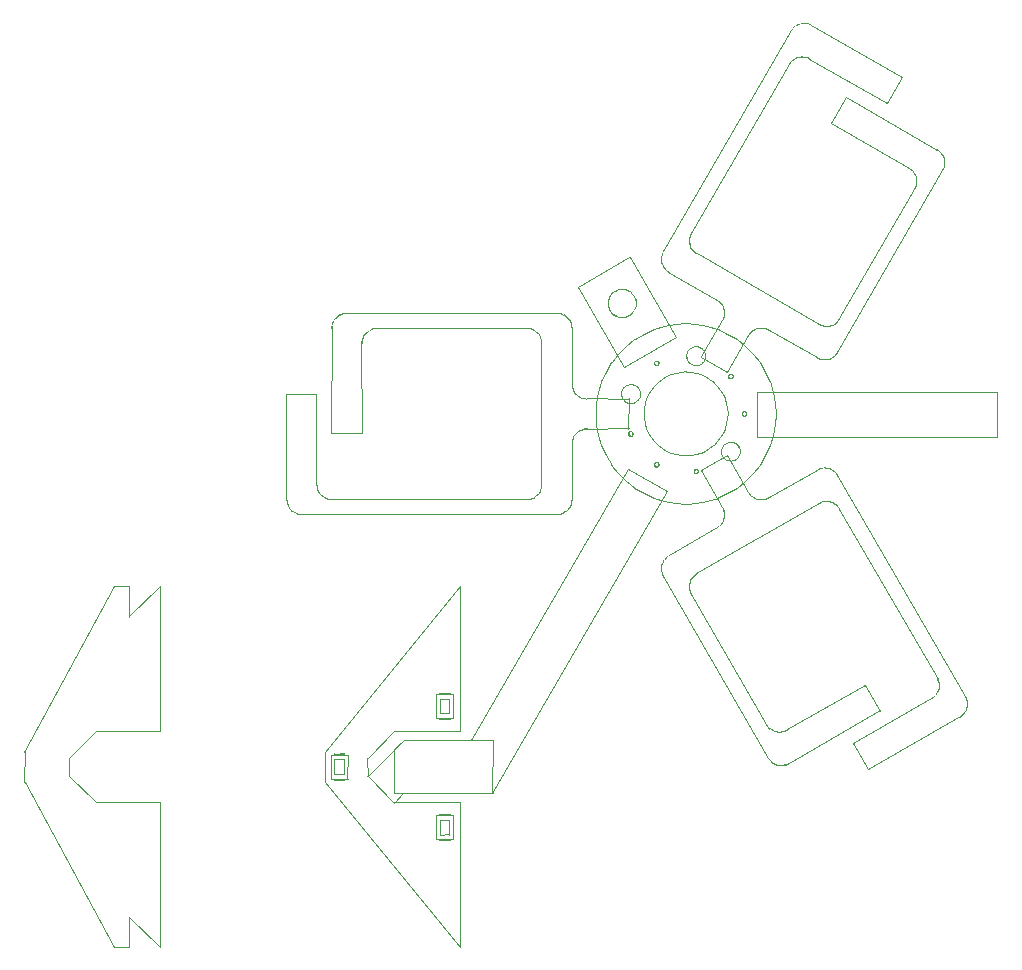
<source format=gbr>
G04 CAM Products 2000  RS274-X Output*
G04 Serial Number: 0000-00-00000*
G04 File Name:C:\Documents and Settings\ram\Desktop\leds.hpgl.GBR *
%FSLAX34Y34*%
%MOIN*%
%SFA1B1*%

%IPPOS*%
%ADD10C,0.001100*%
%LNleds.hpgl-1*%
%LPD*%
G54D10*
X32991Y50989D02*
X33492Y50992D01*
X33493Y50989D02*
X33492Y51992D01*
X30029Y56491D02*
X32988Y50992D01*
X34527Y62997D02*
X33492Y62000D01*
X34527Y58174D02*
X34524Y63000D01*
X32391Y58174D02*
X34524Y58184D01*
X33493Y61993D02*
X33492Y63000D01*
X33493Y62997D02*
X32988Y63000D01*
X31505Y57289D02*
X32388Y58184D01*
X30029Y57495D02*
X30020Y56496D01*
X32991Y62997D02*
X30020Y57496D01*
X31505Y56678D02*
X31500Y57296D01*
X32391Y55802D02*
X31500Y56688D01*
X34527Y55802D02*
X32388Y55808D01*
X33493Y51983D02*
X34524Y50992D01*
X34527Y50989D02*
X34524Y55808D01*
X50127Y66924D02*
X44916Y57888D01*
X51426Y66166D02*
X50132Y66928D01*
X45619Y56127D02*
X51436Y66176D01*
X45627Y56127D02*
D01*
X45627Y56128*
X45627Y56128*
X45627Y56129*
X45627Y56129*
X45627Y56130*
X45627Y56130*
X45626Y56131*
X45626Y56131*
X45626Y56132*
X45625Y56132*
X45625Y56133*
X45625Y56133*
X45624Y56133*
X45624Y56134*
X45623Y56134*
X45623Y56134*
X45622Y56135*
X45622Y56135*
X45621Y56135*
X45621Y56135*
X45620Y56135*
X45619Y56135*
X45619*
X45618Y56135*
X45618Y56135*
X45617Y56135*
X45617Y56135*
X45616Y56135*
X45616Y56134*
X45615Y56134*
X45615Y56134*
X45614Y56133*
X45614Y56133*
X45613Y56133*
X45613Y56132*
X45613Y56132*
X45612Y56131*
X45612Y56131*
X45612Y56130*
X45612Y56130*
X45612Y56129*
X45611Y56129*
X45611Y56128*
X45611Y56128*
X45611Y56127*
X45611Y56127*
X45611Y56126*
X45611Y56125*
X45612Y56125*
X45612Y56124*
X45612Y56124*
X45612Y56123*
X45612Y56123*
X45613Y56122*
X45613Y56122*
X45613Y56122*
X45614Y56121*
X45614Y56121*
X45615Y56120*
X45615Y56120*
X45616Y56120*
X45616Y56120*
X45617Y56120*
X45617Y56119*
X45618Y56119*
X45618Y56119*
X45619Y56119*
X45619Y56119*
X45620Y56119*
X45621Y56119*
X45621Y56119*
X45622Y56120*
X45622Y56120*
X45623Y56120*
X45623Y56120*
X45624Y56120*
X45624Y56121*
X45625Y56121*
X45625Y56122*
X45625Y56122*
X45626Y56122*
X45626Y56123*
X45626Y56123*
X45627Y56124*
X45627Y56124*
X45627Y56125*
X45627Y56125*
X45627Y56126*
X45627Y56127*
X45627Y56127*
X45619Y56127D02*
X45627D01*
X45619D02*
X45627D01*
X42647Y56098D02*
X45628Y56104D01*
X45619Y56098D02*
X45628Y57888D01*
X45619Y57879D02*
X42660Y57888D01*
X42352Y56098D02*
X42348Y57576D01*
X42352Y55792D02*
X42644Y56104D01*
X42647Y56098D02*
X42348Y56104D01*
X42666Y57879D02*
X41460Y56688D01*
X42352Y57574D02*
X42660Y57888D01*
X42674Y57879D02*
D01*
X42674Y57880*
X42674Y57880*
X42674Y57881*
X42674Y57881*
X42674Y57882*
X42674Y57882*
X42674Y57883*
X42673Y57883*
X42673Y57884*
X42673Y57884*
X42672Y57885*
X42672Y57885*
X42671Y57885*
X42671Y57886*
X42670Y57886*
X42670Y57886*
X42669Y57886*
X42669Y57887*
X42668Y57887*
X42668Y57887*
X42667Y57887*
X42667Y57887*
X42666*
X42666Y57887*
X42665Y57887*
X42665Y57887*
X42664Y57887*
X42663Y57886*
X42663Y57886*
X42662Y57886*
X42662Y57886*
X42662Y57885*
X42661Y57885*
X42661Y57885*
X42660Y57884*
X42660Y57884*
X42660Y57883*
X42659Y57883*
X42659Y57882*
X42659Y57882*
X42659Y57881*
X42659Y57881*
X42659Y57880*
X42658Y57880*
X42658Y57879*
X42658Y57879*
X42659Y57878*
X42659Y57877*
X42659Y57877*
X42659Y57876*
X42659Y57876*
X42659Y57875*
X42660Y57875*
X42660Y57874*
X42660Y57874*
X42661Y57874*
X42661Y57873*
X42662Y57873*
X42662Y57872*
X42662Y57872*
X42663Y57872*
X42663Y57872*
X42664Y57871*
X42665Y57871*
X42665Y57871*
X42666Y57871*
X42666Y57871*
X42667*
X42667Y57871*
X42668Y57871*
X42668Y57871*
X42669Y57871*
X42669Y57872*
X42670Y57872*
X42670Y57872*
X42671Y57872*
X42671Y57873*
X42672Y57873*
X42672Y57874*
X42673Y57874*
X42673Y57874*
X42673Y57875*
X42674Y57875*
X42674Y57876*
X42674Y57876*
X42674Y57877*
X42674Y57877*
X42674Y57878*
X42674Y57879*
X42674Y57879*
X42666D02*
X42674D01*
X42666D02*
X42674D01*
X40342Y57397D02*
D01*
X40342Y57397*
X40342Y57398*
X40342Y57398*
X40341Y57399*
X40341Y57400*
X40341Y57400*
X40341Y57401*
X40341Y57401*
X40340Y57401*
X40340Y57402*
X40340Y57402*
X40339Y57403*
X40339Y57403*
X40338Y57403*
X40338Y57404*
X40337Y57404*
X40337Y57404*
X40336Y57404*
X40336Y57405*
X40335Y57405*
X40335Y57405*
X40334Y57405*
X40334*
X40333Y57405*
X40332Y57405*
X40332Y57405*
X40331Y57404*
X40331Y57404*
X40330Y57404*
X40330Y57404*
X40329Y57403*
X40329Y57403*
X40328Y57403*
X40328Y57402*
X40328Y57402*
X40327Y57402*
X40327Y57401*
X40327Y57401*
X40326Y57400*
X40326Y57400*
X40326Y57399*
X40326Y57398*
X40326Y57398*
X40326Y57397*
X40326Y57397*
X40326Y57396*
X40326Y57396*
X40326Y57395*
X40326Y57395*
X40326Y57394*
X40326Y57394*
X40327Y57393*
X40327Y57393*
X40327Y57392*
X40328Y57392*
X40328Y57391*
X40328Y57391*
X40329Y57390*
X40329Y57390*
X40330Y57390*
X40330Y57390*
X40331Y57389*
X40331Y57389*
X40332Y57389*
X40332Y57389*
X40333Y57389*
X40334Y57389*
X40334*
X40335Y57389*
X40335Y57389*
X40336Y57389*
X40336Y57389*
X40337Y57389*
X40337Y57390*
X40338Y57390*
X40338Y57390*
X40339Y57390*
X40339Y57391*
X40340Y57391*
X40340Y57392*
X40340Y57392*
X40341Y57393*
X40341Y57393*
X40341Y57394*
X40341Y57394*
X40341Y57395*
X40342Y57395*
X40342Y57396*
X40342Y57396*
X40342Y57397*
X40334Y57397D02*
X40342D01*
X40334D02*
X40342D01*
D01*
X40342Y57397*
X40342Y57398*
X40342Y57398*
X40341Y57399*
X40341Y57400*
X40341Y57400*
X40341Y57401*
X40341Y57401*
X40340Y57401*
X40340Y57402*
X40340Y57402*
X40339Y57403*
X40339Y57403*
X40338Y57403*
X40338Y57404*
X40337Y57404*
X40337Y57404*
X40336Y57404*
X40336Y57405*
X40335Y57405*
X40335Y57405*
X40334Y57405*
X40334*
X40333Y57405*
X40332Y57405*
X40332Y57405*
X40331Y57404*
X40331Y57404*
X40330Y57404*
X40330Y57404*
X40329Y57403*
X40329Y57403*
X40328Y57403*
X40328Y57402*
X40328Y57402*
X40327Y57402*
X40327Y57401*
X40327Y57401*
X40326Y57400*
X40326Y57400*
X40326Y57399*
X40326Y57398*
X40326Y57398*
X40326Y57397*
X40326Y57397*
X40326Y57396*
X40326Y57396*
X40326Y57395*
X40326Y57395*
X40326Y57394*
X40326Y57394*
X40327Y57393*
X40327Y57393*
X40327Y57392*
X40328Y57392*
X40328Y57391*
X40328Y57391*
X40329Y57390*
X40329Y57390*
X40330Y57390*
X40330Y57390*
X40331Y57389*
X40331Y57389*
X40332Y57389*
X40332Y57389*
X40333Y57389*
X40334Y57389*
X40334*
X40335Y57389*
X40335Y57389*
X40336Y57389*
X40336Y57389*
X40337Y57389*
X40337Y57390*
X40338Y57390*
X40338Y57390*
X40339Y57390*
X40339Y57391*
X40340Y57391*
X40340Y57392*
X40340Y57392*
X40341Y57393*
X40341Y57393*
X40341Y57394*
X40341Y57394*
X40341Y57395*
X40342Y57395*
X40342Y57396*
X40342Y57396*
X40342Y57397*
X40334Y57397D02*
X40342D01*
X40334D02*
X40342D01*
D01*
X40342Y57397*
X40342Y57398*
X40342Y57398*
X40341Y57399*
X40341Y57400*
X40341Y57400*
X40341Y57401*
X40341Y57401*
X40340Y57401*
X40340Y57402*
X40340Y57402*
X40339Y57403*
X40339Y57403*
X40338Y57403*
X40338Y57404*
X40337Y57404*
X40337Y57404*
X40336Y57404*
X40336Y57405*
X40335Y57405*
X40335Y57405*
X40334Y57405*
X40334*
X40333Y57405*
X40332Y57405*
X40332Y57405*
X40331Y57404*
X40331Y57404*
X40330Y57404*
X40330Y57404*
X40329Y57403*
X40329Y57403*
X40328Y57403*
X40328Y57402*
X40328Y57402*
X40327Y57402*
X40327Y57401*
X40327Y57401*
X40326Y57400*
X40326Y57400*
X40326Y57399*
X40326Y57398*
X40326Y57398*
X40326Y57397*
X40326Y57397*
X40326Y57396*
X40326Y57396*
X40326Y57395*
X40326Y57395*
X40326Y57394*
X40326Y57394*
X40327Y57393*
X40327Y57393*
X40327Y57392*
X40328Y57392*
X40328Y57391*
X40328Y57391*
X40329Y57390*
X40329Y57390*
X40330Y57390*
X40330Y57390*
X40331Y57389*
X40331Y57389*
X40332Y57389*
X40332Y57389*
X40333Y57389*
X40334Y57389*
X40334*
X40335Y57389*
X40335Y57389*
X40336Y57389*
X40336Y57389*
X40337Y57389*
X40337Y57390*
X40338Y57390*
X40338Y57390*
X40339Y57390*
X40339Y57391*
X40340Y57391*
X40340Y57392*
X40340Y57392*
X40341Y57393*
X40341Y57393*
X40341Y57394*
X40341Y57394*
X40341Y57395*
X40342Y57395*
X40342Y57396*
X40342Y57396*
X40342Y57397*
X40334Y57397D02*
X40342D01*
X40334D02*
X40342D01*
X40678D02*
X40332Y57400D01*
X40334Y57426D02*
X40332Y57424D01*
X40334Y57416D02*
X40676Y57424D01*
X40334Y56590D02*
X40676Y56592D01*
X40678Y56560D02*
X40332Y56568D01*
X43856Y58588D02*
D01*
X43856Y58588*
X43855Y58589*
X43855Y58589*
X43855Y58590*
X43855Y58590*
X43855Y58591*
X43855Y58591*
X43854Y58592*
X43854Y58592*
X43854Y58593*
X43853Y58593*
X43853Y58594*
X43852Y58594*
X43852Y58594*
X43852Y58595*
X43851Y58595*
X43851Y58595*
X43850Y58595*
X43850Y58596*
X43849Y58596*
X43848Y58596*
X43848Y58596*
X43847*
X43847Y58596*
X43846Y58596*
X43846Y58596*
X43845Y58595*
X43845Y58595*
X43844Y58595*
X43844Y58595*
X43843Y58594*
X43843Y58594*
X43842Y58594*
X43842Y58593*
X43841Y58593*
X43841Y58592*
X43841Y58592*
X43841Y58591*
X43840Y58591*
X43840Y58590*
X43840Y58590*
X43840Y58589*
X43840Y58589*
X43840Y58588*
X43840Y58588*
X43840Y58587*
X43840Y58587*
X43840Y58586*
X43840Y58586*
X43840Y58585*
X43840Y58584*
X43840Y58584*
X43841Y58584*
X43841Y58583*
X43841Y58583*
X43842Y58582*
X43842Y58582*
X43843Y58581*
X43843Y58581*
X43844Y58581*
X43844Y58581*
X43845Y58580*
X43845Y58580*
X43846Y58580*
X43846Y58580*
X43847Y58580*
X43847Y58580*
X43848*
X43848Y58580*
X43849Y58580*
X43849Y58580*
X43850Y58580*
X43851Y58580*
X43851Y58581*
X43852Y58581*
X43852Y58581*
X43852Y58581*
X43853Y58582*
X43853Y58582*
X43854Y58583*
X43854Y58583*
X43854Y58583*
X43855Y58584*
X43855Y58584*
X43855Y58585*
X43855Y58586*
X43855Y58586*
X43855Y58587*
X43856Y58587*
X43856Y58588*
X43848D02*
X43856D01*
X43848D02*
X43856D01*
X43848Y58598D02*
X43852Y58592D01*
X43856Y58598D02*
D01*
X43856Y58598*
X43855Y58599*
X43855Y58599*
X43855Y58600*
X43855Y58600*
X43855Y58601*
X43855Y58601*
X43854Y58602*
X43854Y58602*
X43854Y58603*
X43853Y58603*
X43853Y58604*
X43852Y58604*
X43852Y58604*
X43852Y58605*
X43851Y58605*
X43851Y58605*
X43850Y58605*
X43850Y58605*
X43849Y58605*
X43848Y58606*
X43848Y58606*
X43847*
X43847Y58606*
X43846Y58605*
X43846Y58605*
X43845Y58605*
X43845Y58605*
X43844Y58605*
X43844Y58605*
X43843Y58604*
X43843Y58604*
X43842Y58604*
X43842Y58603*
X43841Y58603*
X43841Y58602*
X43841Y58602*
X43841Y58601*
X43840Y58601*
X43840Y58600*
X43840Y58600*
X43840Y58599*
X43840Y58599*
X43840Y58598*
X43840Y58598*
X43840Y58597*
X43840Y58596*
X43840Y58596*
X43840Y58595*
X43840Y58595*
X43840Y58594*
X43840Y58594*
X43841Y58593*
X43841Y58593*
X43841Y58592*
X43842Y58592*
X43842Y58592*
X43843Y58591*
X43843Y58591*
X43844Y58591*
X43844Y58590*
X43845Y58590*
X43845Y58590*
X43846Y58590*
X43846Y58590*
X43847Y58590*
X43847Y58590*
X43848*
X43848Y58590*
X43849Y58590*
X43849Y58590*
X43850Y58590*
X43851Y58590*
X43851Y58590*
X43852Y58591*
X43852Y58591*
X43852Y58591*
X43853Y58592*
X43853Y58592*
X43854Y58592*
X43854Y58593*
X43854Y58593*
X43855Y58594*
X43855Y58594*
X43855Y58595*
X43855Y58595*
X43855Y58596*
X43855Y58596*
X43856Y58597*
X43856Y58598*
X43848Y58598D02*
X43856D01*
X43848D02*
X43856D01*
X43848Y58607D02*
X43852Y58600D01*
X43856Y58607D02*
D01*
X43856Y58608*
X43855Y58609*
X43855Y58609*
X43855Y58610*
X43855Y58610*
X43855Y58611*
X43855Y58611*
X43854Y58612*
X43854Y58612*
X43854Y58613*
X43853Y58613*
X43853Y58613*
X43852Y58614*
X43852Y58614*
X43852Y58614*
X43851Y58615*
X43851Y58615*
X43850Y58615*
X43850Y58615*
X43849Y58615*
X43848Y58615*
X43848Y58615*
X43847*
X43847Y58615*
X43846Y58615*
X43846Y58615*
X43845Y58615*
X43845Y58615*
X43844Y58615*
X43844Y58614*
X43843Y58614*
X43843Y58614*
X43842Y58613*
X43842Y58613*
X43841Y58613*
X43841Y58612*
X43841Y58612*
X43841Y58611*
X43840Y58611*
X43840Y58610*
X43840Y58610*
X43840Y58609*
X43840Y58609*
X43840Y58608*
X43840Y58607*
X43840Y58607*
X43840Y58606*
X43840Y58606*
X43840Y58605*
X43840Y58605*
X43840Y58604*
X43840Y58604*
X43841Y58603*
X43841Y58603*
X43841Y58602*
X43842Y58602*
X43842Y58601*
X43843Y58601*
X43843Y58601*
X43844Y58600*
X43844Y58600*
X43845Y58600*
X43845Y58600*
X43846Y58600*
X43846Y58600*
X43847Y58599*
X43847Y58599*
X43848Y58599*
X43848Y58599*
X43849Y58600*
X43849Y58600*
X43850Y58600*
X43851Y58600*
X43851Y58600*
X43852Y58600*
X43852Y58601*
X43852Y58601*
X43853Y58601*
X43853Y58602*
X43854Y58602*
X43854Y58603*
X43854Y58603*
X43855Y58604*
X43855Y58604*
X43855Y58605*
X43855Y58605*
X43855Y58606*
X43855Y58606*
X43856Y58607*
X43856Y58607*
X43848Y58607D02*
X43856D01*
X43848D02*
X43856D01*
X43848D02*
X43852Y58608D01*
X43848Y55399D02*
X44196Y55408D01*
X40678Y56590D02*
X40676Y56560D01*
X43848Y54562D02*
X44196Y54568D01*
X43848Y54533D02*
X43852Y54568D01*
X44290Y54572D02*
X43748Y54576D01*
X44192Y54562D02*
X44196Y54536D01*
X40334Y57426D02*
X40676Y57432D01*
X43739Y58607D02*
X43748Y59416D01*
X44527Y62997D02*
X40028Y57496D01*
X40334Y57397D02*
X40332Y57432D01*
X40235Y57387D02*
X40780Y57392D01*
X40678Y57397D02*
X40332Y57400D01*
X40678Y57426D02*
X40676Y57400D01*
X41456Y57289D02*
X42348Y58184D01*
X40787Y57387D02*
X40780Y56592D01*
X41456Y56688D02*
X41452Y57296D01*
X41466Y56678D02*
X41452Y56696D01*
X42352Y55792D02*
X41460Y56688D01*
X40334Y56590D02*
X40676Y56592D01*
X40334Y56550D02*
X40332Y56592D01*
X40787Y56590D02*
X40228Y56592D01*
X40235Y56590D02*
X40228Y57392D01*
X40029Y57495D02*
X40028Y56496D01*
X43739Y54572D02*
X43748Y55376D01*
X44527Y55802D02*
X42348Y55800D01*
X43848Y55369D02*
X43852Y55408D01*
X43739Y55369D02*
X44300Y55376D01*
X44192Y55369D02*
X43852Y55376D01*
X44192Y55399D02*
X44196Y55376D01*
X44290Y55369D02*
X44300Y54576D01*
X44527Y50989D02*
X44532Y55808D01*
X44192Y54533D02*
X43852Y54536D01*
X40678Y56550D02*
X40332Y56560D01*
X40029Y56491D02*
X44532Y50992D01*
X44290Y58607D02*
X43748Y58616D01*
X44192Y58607D02*
X44196Y58584D01*
X43848Y58607D02*
X44196Y58608D01*
X43848Y58578D02*
X43852Y58608D01*
X42352Y58174D02*
X44532Y58184D01*
X44192Y58578D02*
X43852Y58584D01*
X44290Y59415D02*
X44300Y58616D01*
X44527Y58174D02*
X44532Y63000D01*
X43848Y59454D02*
X44196Y59456D01*
X43848Y59415D02*
X43852Y59456D01*
X43739Y59415D02*
X44300Y59416D01*
X44192Y59415D02*
X43852Y59424D01*
X44192Y59454D02*
X44196Y59424D01*
X43856Y55379D02*
D01*
X43856Y55380*
X43855Y55380*
X43855Y55381*
X43855Y55381*
X43855Y55382*
X43855Y55382*
X43855Y55383*
X43854Y55383*
X43854Y55384*
X43854Y55384*
X43853Y55385*
X43853Y55385*
X43852Y55385*
X43852Y55386*
X43852Y55386*
X43851Y55386*
X43851Y55387*
X43850Y55387*
X43850Y55387*
X43849Y55387*
X43848Y55387*
X43848Y55387*
X43847*
X43847Y55387*
X43846Y55387*
X43846Y55387*
X43845Y55387*
X43845Y55387*
X43844Y55386*
X43844Y55386*
X43843Y55386*
X43843Y55385*
X43842Y55385*
X43842Y55385*
X43841Y55384*
X43841Y55384*
X43841Y55383*
X43841Y55383*
X43840Y55382*
X43840Y55382*
X43840Y55381*
X43840Y55381*
X43840Y55380*
X43840Y55380*
X43840Y55379*
X43840Y55379*
X43840Y55378*
X43840Y55377*
X43840Y55377*
X43840Y55376*
X43840Y55376*
X43840Y55375*
X43841Y55375*
X43841Y55374*
X43841Y55374*
X43842Y55374*
X43842Y55373*
X43843Y55373*
X43843Y55372*
X43844Y55372*
X43844Y55372*
X43845Y55372*
X43845Y55371*
X43846Y55371*
X43846Y55371*
X43847Y55371*
X43847Y55371*
X43848Y55371*
X43848Y55371*
X43849Y55371*
X43849Y55371*
X43850Y55371*
X43851Y55372*
X43851Y55372*
X43852Y55372*
X43852Y55372*
X43852Y55373*
X43853Y55373*
X43853Y55374*
X43854Y55374*
X43854Y55374*
X43854Y55375*
X43855Y55375*
X43855Y55376*
X43855Y55376*
X43855Y55377*
X43855Y55377*
X43855Y55378*
X43856Y55379*
X43856Y55379*
X43848Y55379D02*
X43856D01*
X43848D02*
X43856D01*
X43848Y55399D02*
X43852Y55392D01*
X43856Y55399D02*
D01*
X43856Y55399*
X43855Y55400*
X43855Y55400*
X43855Y55401*
X43855Y55402*
X43855Y55402*
X43855Y55403*
X43854Y55403*
X43854Y55403*
X43854Y55404*
X43853Y55404*
X43853Y55405*
X43852Y55405*
X43852Y55405*
X43852Y55406*
X43851Y55406*
X43851Y55406*
X43850Y55406*
X43850Y55407*
X43849Y55407*
X43848Y55407*
X43848Y55407*
X43847*
X43847Y55407*
X43846Y55407*
X43846Y55407*
X43845Y55406*
X43845Y55406*
X43844Y55406*
X43844Y55406*
X43843Y55405*
X43843Y55405*
X43842Y55405*
X43842Y55404*
X43841Y55404*
X43841Y55403*
X43841Y55403*
X43841Y55403*
X43840Y55402*
X43840Y55402*
X43840Y55401*
X43840Y55400*
X43840Y55400*
X43840Y55399*
X43840Y55399*
X43840Y55398*
X43840Y55398*
X43840Y55397*
X43840Y55397*
X43840Y55396*
X43840Y55396*
X43840Y55395*
X43841Y55395*
X43841Y55394*
X43841Y55394*
X43842Y55393*
X43842Y55393*
X43843Y55392*
X43843Y55392*
X43844Y55392*
X43844Y55392*
X43845Y55391*
X43845Y55391*
X43846Y55391*
X43846Y55391*
X43847Y55391*
X43847Y55391*
X43848*
X43848Y55391*
X43849Y55391*
X43849Y55391*
X43850Y55391*
X43851Y55391*
X43851Y55392*
X43852Y55392*
X43852Y55392*
X43852Y55392*
X43853Y55393*
X43853Y55393*
X43854Y55394*
X43854Y55394*
X43854Y55395*
X43855Y55395*
X43855Y55396*
X43855Y55396*
X43855Y55397*
X43855Y55397*
X43855Y55398*
X43856Y55398*
X43856Y55399*
X43848D02*
X43856D01*
X43848D02*
X43856D01*
X40344Y57239D02*
X40340Y56752D01*
X40668Y57239D02*
X40340Y57240D01*
X40344Y56747D02*
X40668Y56752D01*
X40668Y56747D02*
X40668Y57240D01*
X43867Y59247D02*
X43868Y58784D01*
X44172Y59247D02*
X43868Y59256D01*
X43867Y58775D02*
X44180Y58784D01*
X44172Y58775D02*
X44180Y59256D01*
X43867Y55202D02*
X43868Y54736D01*
X44172Y55202D02*
X43868Y55208D01*
X43867Y54729D02*
X44180Y54736D01*
X44172Y54729D02*
X44180Y55208D01*
X54428Y67968D02*
X62444Y67968D01*
X54428Y69464D02*
X54436Y67968D01*
X62440Y67968D02*
X62444Y69464D01*
X62440Y69464D02*
X54436Y69464D01*
X50226Y69119D02*
X50188Y69120D01*
X55029Y68391D02*
X55060Y68768D01*
X54527Y67052D02*
X54716Y67368D01*
X54044Y66511D02*
X54308Y66776D01*
X52411Y65783D02*
X52780Y65848D01*
X52056Y65753D02*
X52420Y65784D01*
X49251Y69828D02*
X49148Y69480D01*
X49399Y70153D02*
X49252Y69832D01*
X51692Y71737D02*
X51340Y71680D01*
X53444Y71422D02*
X53124Y71576D01*
X54300Y70753D02*
X54052Y71016D01*
X54527Y70468D02*
X54308Y70760D01*
X54714Y70153D02*
X54532Y70472D01*
X55029Y69119D02*
X54972Y69480D01*
X55058Y68765D02*
X55036Y69128D01*
X50659Y68598D02*
X50660Y68768D01*
X50698Y68430D02*
X50668Y68600D01*
X50816Y68105D02*
X50748Y68272D01*
X51003Y67840D02*
X50908Y67968D01*
X51722Y67407D02*
X51564Y67456D01*
X53414Y69100D02*
X53452Y68936D01*
X53365Y69257D02*
X53420Y69104D01*
X53296Y69414D02*
X53372Y69264D01*
X53100Y69690D02*
X53212Y69560D01*
X52981Y69808D02*
X53108Y69696D01*
X52706Y70005D02*
X52852Y69920D01*
X52548Y70064D02*
X52708Y70008D01*
X52391Y70123D02*
X52556Y70072D01*
X52056Y70163D02*
X52228Y70160D01*
X51259Y69916D02*
X51412Y70008D01*
X53237Y67574D02*
X53260Y67616D01*
X53237Y67535D02*
X53244Y67576D01*
X53227Y67495D02*
X53244Y67544D01*
X53208Y67968D02*
X53108Y67840D01*
X52981Y67712D02*
X52852Y67616D01*
X53100Y67840D02*
X52988Y67720D01*
X53237Y67456D02*
X53236Y67504D01*
X53247Y67416D02*
X53244Y67464D01*
X52844Y67613D02*
X52708Y67528D01*
X53257Y67387D02*
X53252Y67424D01*
X53267Y67357D02*
X53260Y67392D01*
X53296Y67328D02*
X53276Y67360D01*
X53759Y66294D02*
X54052Y66520D01*
X53444Y66098D02*
X53764Y66296D01*
X53601Y67200D02*
X53564Y67192D01*
X53631Y67200D02*
X53604Y67200D01*
X53670Y67210D02*
X53636Y67208D01*
X53700Y67229D02*
X53676Y67216D01*
X53739Y67249D02*
X53708Y67232D01*
X53769Y67279D02*
X53740Y67256D01*
X53788Y67308D02*
X53772Y67280D01*
X53818Y67328D02*
X53796Y67312D01*
X54300Y66767D02*
X54532Y67056D01*
X53828Y67367D02*
X53820Y67336D01*
X53848Y67407D02*
X53836Y67368D01*
X53857Y67436D02*
X53852Y67408D01*
X53867Y67476D02*
X53860Y67440D01*
X53867Y67515D02*
X53868Y67480D01*
X53838Y67623D02*
X53860Y67592D01*
X53818Y67663D02*
X53844Y67632D01*
X53808Y67692D02*
X53828Y67664D01*
X53779Y67722D02*
X53812Y67696D01*
X53749Y67751D02*
X53788Y67728D01*
X53720Y67771D02*
X53756Y67752D01*
X53690Y67790D02*
X53724Y67776D01*
X53651Y67800D02*
X53692Y67792D01*
X53434Y67790D02*
X53468Y67816D01*
X53296Y68105D02*
X53212Y67968D01*
X53395Y67781D02*
X53436Y67800D01*
X53365Y67761D02*
X53404Y67784D01*
X53336Y67741D02*
X53372Y67768D01*
X53306Y67712D02*
X53340Y67744D01*
X53267Y67643D02*
X53292Y67680D01*
X53257Y67613D02*
X53268Y67648D01*
X53287Y67672D02*
X53316Y67712D01*
X52322Y66806D02*
X52324Y66824D01*
X50993Y65960D02*
X51340Y65848D01*
X52322Y66806D02*
X52332Y66816D01*
X51338Y65842D02*
X51700Y65784D01*
X52332Y66796D02*
X52332Y66808D01*
X52342Y66787D02*
X52340Y66800D01*
X52342Y66777D02*
X52348Y66792D01*
X51692Y65783D02*
X52060Y65760D01*
X52351Y66767D02*
X52348Y66784D01*
X52361Y66767D02*
X52356Y66776D01*
X52371Y66767D02*
X52364Y66776D01*
X52381Y66767D02*
X52372Y66768D01*
X52391Y66767D02*
X52388Y66768D01*
X52401Y66767D02*
X52396Y66768D01*
X52411Y66767D02*
X52404Y66768D01*
X52411Y66767D02*
X52412Y66768D01*
X52420Y66767D02*
X52420Y66768D01*
X52430Y66767D02*
X52428Y66776D01*
X52440Y66777D02*
X52436Y66776D01*
X52775Y65842D02*
X53124Y65960D01*
X52450Y66787D02*
X52444Y66784D01*
X52450Y66796D02*
X52452Y66792D01*
X52450Y66806D02*
X52460Y66800D01*
X53119Y65960D02*
X53452Y66104D01*
X52460Y66806D02*
X52460Y66808D01*
X52460Y66816D02*
X52468Y66816D01*
X52470Y66826D02*
X52468Y66824D01*
X52470Y66836D02*
X52476Y66832D01*
X52470Y66846D02*
X52476Y66840D01*
X52470Y66855D02*
X52476Y66848D01*
X52460Y66855D02*
X52476Y66856D01*
X52460Y66865D02*
X52468Y66864D01*
X52450Y66875D02*
X52468Y66872D01*
X52450Y66885D02*
X52460Y66880D01*
X52450Y66895D02*
X52460Y66888D01*
X52440Y66895D02*
X52452Y66896D01*
X52430Y66895D02*
X52444Y66904D01*
X52420Y66905D02*
X52436Y66904D01*
X52411Y66905D02*
X52428Y66912D01*
X52411Y66914D02*
X52420Y66912D01*
X53562Y67190D02*
X53524Y67200D01*
X53523Y67200D02*
X53484Y67200D01*
X53483Y67200D02*
X53452Y67216D01*
X53444Y67210D02*
X53412Y67224D01*
X53405Y67220D02*
X53380Y67248D01*
X53375Y67239D02*
X53348Y67272D01*
X53346Y67269D02*
X53324Y67296D01*
X53316Y67289D02*
X53300Y67328D01*
X52706Y67525D02*
X52556Y67456D01*
X52548Y67456D02*
X52396Y67408D01*
X52401Y66914D02*
X52412Y66920D01*
X52391Y66914D02*
X52404Y66920D01*
X52381Y66914D02*
X52396Y66920D01*
X52056Y67367D02*
X51892Y67376D01*
X52224Y67367D02*
X52060Y67368D01*
X52322Y66836D02*
X52324Y66848D01*
X52322Y66846D02*
X52324Y66856D01*
X52322Y66855D02*
X52324Y66864D01*
X52322Y66855D02*
X52332Y66872D01*
X52322Y66865D02*
X52332Y66880D01*
X52322Y66875D02*
X52340Y66888D01*
X52332Y66885D02*
X52348Y66896D01*
X52342Y66895D02*
X52356Y66904D01*
X52359Y66895D02*
D01*
X52359Y66895*
X52359Y66896*
X52359Y66896*
X52359Y66897*
X52359Y66898*
X52359Y66898*
X52359Y66899*
X52358Y66899*
X52358Y66900*
X52358Y66900*
X52357Y66900*
X52357Y66901*
X52356Y66901*
X52356Y66901*
X52355Y66902*
X52355Y66902*
X52354Y66902*
X52354Y66902*
X52353Y66903*
X52353Y66903*
X52352Y66903*
X52352Y66903*
X52351*
X52351Y66903*
X52350Y66903*
X52350Y66903*
X52349Y66902*
X52348Y66902*
X52348Y66902*
X52347Y66902*
X52347Y66901*
X52347Y66901*
X52346Y66901*
X52346Y66900*
X52345Y66900*
X52345Y66900*
X52345Y66899*
X52344Y66899*
X52344Y66898*
X52344Y66898*
X52344Y66897*
X52344Y66896*
X52344Y66896*
X52344Y66895*
X52343Y66895*
X52344Y66894*
X52344Y66894*
X52344Y66893*
X52344Y66893*
X52344Y66892*
X52344Y66892*
X52344Y66891*
X52345Y66891*
X52345Y66890*
X52345Y66890*
X52346Y66889*
X52346Y66889*
X52347Y66889*
X52347Y66888*
X52347Y66888*
X52348Y66888*
X52348Y66887*
X52349Y66887*
X52350Y66887*
X52350Y66887*
X52351Y66887*
X52351Y66887*
X52352*
X52352Y66887*
X52353Y66887*
X52353Y66887*
X52354Y66887*
X52354Y66887*
X52355Y66888*
X52355Y66888*
X52356Y66888*
X52356Y66889*
X52357Y66889*
X52357Y66889*
X52358Y66890*
X52358Y66890*
X52358Y66891*
X52359Y66891*
X52359Y66892*
X52359Y66892*
X52359Y66893*
X52359Y66893*
X52359Y66894*
X52359Y66894*
X52359Y66895*
X52351D02*
X52359D01*
X52351D02*
X52359D01*
X52351D02*
X52364Y66912D01*
X52361Y66905D02*
X52380Y66912D01*
X52391Y67407D02*
X52228Y67376D01*
X52371Y66905D02*
X52388Y66920D01*
X51101Y67141D02*
X51116Y67144D01*
X51072Y67151D02*
X51084Y67152D01*
X51062Y67151D02*
X51076Y67152D01*
X51052Y67141D02*
X51068Y67152D01*
X51259Y67613D02*
X51132Y67720D01*
X51042Y67141D02*
X51060Y67144D01*
X51042Y67131D02*
X51052Y67144D01*
X51131Y67712D02*
X51012Y67840D01*
X51033Y67131D02*
X51044Y67136D01*
X51023Y67121D02*
X51036Y67136D01*
X51013Y67111D02*
X51028Y67128D01*
X49802Y66767D02*
X50068Y66520D01*
X50058Y66511D02*
X50356Y66296D01*
X50353Y66294D02*
X50668Y66104D01*
X50659Y66098D02*
X50996Y65960D01*
X51003Y67062D02*
X51012Y67080D01*
X51003Y67062D02*
X51012Y67072D01*
X51003Y67042D02*
X51012Y67064D01*
X51003Y67033D02*
X51012Y67048D01*
X51013Y67023D02*
X51012Y67040D01*
X51023Y67023D02*
X51020Y67032D01*
X51031Y67023D02*
D01*
X51031Y67023*
X51031Y67024*
X51031Y67024*
X51030Y67025*
X51030Y67025*
X51030Y67026*
X51030Y67027*
X51030Y67027*
X51029Y67027*
X51029Y67028*
X51029Y67028*
X51028Y67029*
X51028Y67029*
X51027Y67029*
X51027Y67030*
X51026Y67030*
X51026Y67030*
X51025Y67030*
X51025Y67031*
X51024Y67031*
X51024Y67031*
X51023Y67031*
X51022*
X51022Y67031*
X51021Y67031*
X51021Y67031*
X51020Y67030*
X51020Y67030*
X51019Y67030*
X51019Y67030*
X51018Y67029*
X51018Y67029*
X51017Y67029*
X51017Y67028*
X51017Y67028*
X51016Y67027*
X51016Y67027*
X51016Y67027*
X51015Y67026*
X51015Y67026*
X51015Y67025*
X51015Y67024*
X51015Y67024*
X51015Y67023*
X51015Y67023*
X51015Y67022*
X51015Y67022*
X51015Y67021*
X51015Y67021*
X51015Y67020*
X51015Y67020*
X51016Y67019*
X51016Y67019*
X51016Y67018*
X51017Y67018*
X51017Y67017*
X51017Y67017*
X51018Y67016*
X51018Y67016*
X51019Y67016*
X51019Y67016*
X51020Y67015*
X51020Y67015*
X51021Y67015*
X51021Y67015*
X51022Y67015*
X51022Y67015*
X51023*
X51024Y67015*
X51024Y67015*
X51025Y67015*
X51025Y67015*
X51026Y67015*
X51026Y67016*
X51027Y67016*
X51027Y67016*
X51028Y67016*
X51028Y67017*
X51028Y67017*
X51029Y67018*
X51029Y67018*
X51030Y67019*
X51030Y67019*
X51030Y67020*
X51030Y67020*
X51030Y67021*
X51031Y67021*
X51031Y67022*
X51031Y67022*
X51031Y67023*
X51023Y67023D02*
X51031D01*
X51023D02*
X51031D01*
X51033Y67013D02*
X51028Y67024D01*
X51042Y67003D02*
X51036Y67016D01*
X51042Y67003D02*
X51044Y67008D01*
X51052Y66993D02*
X51052Y67008D01*
X51062Y66993D02*
X51060Y67000D01*
X51082Y66993D02*
X51068Y67000D01*
X52322Y66826D02*
X52324Y66840D01*
X52322Y66816D02*
X52324Y66832D01*
X51082Y66993D02*
X51084Y67000D01*
X51092Y66993D02*
X51092Y67000D01*
X51101Y67003D02*
X51100Y67000D01*
X51111Y67003D02*
X51108Y67008D01*
X51121Y67003D02*
X51116Y67008D01*
X51131Y67013D02*
X51124Y67008D01*
X51131Y67023D02*
X51132Y67016D01*
X51131Y67023D02*
X51140Y67024D01*
X51141Y67033D02*
X51140Y67032D01*
X51151Y67042D02*
X51148Y67040D01*
X51151Y67052D02*
X51156Y67048D01*
X51889Y67367D02*
X51724Y67408D01*
X51151Y67062D02*
X51156Y67056D01*
X51151Y67062D02*
X51156Y67064D01*
X51151Y67072D02*
X51156Y67072D01*
X51151Y67082D02*
X51156Y67080D01*
X51151Y67092D02*
X51156Y67088D01*
X51141Y67102D02*
X51156Y67096D01*
X51141Y67111D02*
X51148Y67104D01*
X51131Y67111D02*
X51148Y67112D01*
X51554Y67456D02*
X51412Y67528D01*
X51131Y67121D02*
X51140Y67120D01*
X51131Y67131D02*
X51132Y67128D01*
X51121Y67141D02*
X51132Y67136D01*
X51082Y67151D02*
X51108Y67144D01*
X51082Y67151D02*
X51092Y67152D01*
X51407Y67525D02*
X51260Y67616D01*
X51111Y67141D02*
X51124Y67144D01*
X50206Y68164D02*
X50220Y68176D01*
X50186Y68164D02*
X50212Y68168D01*
X50186Y68164D02*
X50196Y68168D01*
X50176Y68155D02*
X50188Y68168D01*
X50176Y68145D02*
X50180Y68160D01*
X50166Y68145D02*
X50180Y68152D01*
X50157Y68135D02*
X50172Y68152D01*
X50186Y69119D02*
X50156Y69128D01*
X50147Y68135D02*
X50164Y68144D01*
X50147Y68066D02*
X50156Y68080D01*
X50147Y68056D02*
X50156Y68072D01*
X50157Y68046D02*
X50156Y68064D01*
X50166Y68046D02*
X50164Y68056D01*
X50166Y68037D02*
X50172Y68048D01*
X50176Y68037D02*
X50172Y68040D01*
X50186Y68027D02*
X50180Y68040D01*
X50186Y68027D02*
X50188Y68032D01*
X50196Y68017D02*
X50196Y68032D01*
X50206Y68017D02*
X50204Y68024D01*
X50226Y68017D02*
X50212Y68024D01*
X50363Y69710D02*
X50404Y69696D01*
X50324Y69720D02*
X50372Y69712D01*
X50294Y69729D02*
X50332Y69728D01*
X50255Y69739D02*
X50300Y69736D01*
X50216Y69749D02*
X50260Y69744D01*
X49802Y70753D02*
X49588Y70472D01*
X50176Y69739D02*
X50220Y69752D01*
X50147Y69729D02*
X50180Y69744D01*
X50107Y69720D02*
X50148Y69736D01*
X50068Y69710D02*
X50108Y69728D01*
X49586Y70468D02*
X49404Y70160D01*
X50038Y69680D02*
X50076Y69712D01*
X50009Y69661D02*
X50044Y69688D01*
X49979Y69631D02*
X50012Y69664D01*
X49960Y69601D02*
X49988Y69640D01*
X49940Y69572D02*
X49964Y69608D01*
X49930Y69542D02*
X49948Y69576D01*
X49911Y69503D02*
X49932Y69544D01*
X49911Y69464D02*
X49916Y69504D01*
X49901Y69424D02*
X49916Y69464D01*
X49143Y69474D02*
X49076Y69128D01*
X49074Y69119D02*
X49060Y68768D01*
X49054Y68765D02*
X49076Y68400D01*
X49074Y68391D02*
X49148Y68048D01*
X49143Y68046D02*
X49252Y67704D01*
X49251Y67702D02*
X49404Y67368D01*
X49399Y67367D02*
X49588Y67056D01*
X49586Y67052D02*
X49812Y66776D01*
X49911Y69385D02*
X49908Y69432D01*
X49920Y69346D02*
X49916Y69392D01*
X49930Y69316D02*
X49924Y69352D01*
X50147Y68086D02*
X50148Y68096D01*
X50147Y68076D02*
X50148Y68088D01*
X49940Y69277D02*
X49932Y69320D01*
X49970Y69247D02*
X49948Y69280D01*
X49989Y69218D02*
X49972Y69248D01*
X50019Y69188D02*
X49996Y69224D01*
X50048Y69159D02*
X50020Y69192D01*
X50078Y69149D02*
X50052Y69168D01*
X50107Y69129D02*
X50084Y69152D01*
X50147Y68125D02*
X50156Y68136D01*
X50147Y69119D02*
X50116Y69136D01*
X50147Y68096D02*
X50156Y68120D01*
X50147Y68096D02*
X50148Y68104D01*
X50147Y68115D02*
X50156Y68128D01*
X51151Y70477D02*
X51156Y70464D01*
X51151Y70487D02*
X51156Y70480D01*
X51141Y70487D02*
X51156Y70488D01*
X51131Y70497D02*
X51148Y70496D01*
X51139Y70497D02*
D01*
X51139Y70498*
X51139Y70498*
X51139Y70499*
X51139Y70499*
X51139Y70500*
X51138Y70500*
X51138Y70501*
X51138Y70501*
X51137Y70502*
X51137Y70502*
X51137Y70503*
X51136Y70503*
X51136Y70503*
X51135Y70504*
X51135Y70504*
X51135Y70504*
X51134Y70505*
X51133Y70505*
X51133Y70505*
X51132Y70505*
X51132Y70505*
X51131Y70505*
X51131*
X51130Y70505*
X51130Y70505*
X51129Y70505*
X51129Y70505*
X51128Y70505*
X51128Y70504*
X51127Y70504*
X51127Y70504*
X51126Y70503*
X51126Y70503*
X51125Y70503*
X51125Y70502*
X51125Y70502*
X51124Y70501*
X51124Y70501*
X51124Y70500*
X51123Y70500*
X51123Y70499*
X51123Y70499*
X51123Y70498*
X51123Y70498*
X51123Y70497*
X51123Y70497*
X51123Y70496*
X51123Y70496*
X51123Y70495*
X51123Y70494*
X51124Y70494*
X51124Y70493*
X51124Y70493*
X51125Y70492*
X51125Y70492*
X51125Y70492*
X51126Y70491*
X51126Y70491*
X51127Y70491*
X51127Y70490*
X51128Y70490*
X51128Y70490*
X51129Y70490*
X51129Y70489*
X51130Y70489*
X51130Y70489*
X51131Y70489*
X51131Y70489*
X51132Y70489*
X51132Y70489*
X51133Y70489*
X51133Y70490*
X51134Y70490*
X51135Y70490*
X51135Y70490*
X51135Y70491*
X51136Y70491*
X51136Y70491*
X51137Y70492*
X51137Y70492*
X51137Y70492*
X51138Y70493*
X51138Y70493*
X51138Y70494*
X51139Y70494*
X51139Y70495*
X51139Y70495*
X51139Y70496*
X51139Y70497*
X51139Y70497*
X51131Y70497D02*
X51139D01*
X51131D02*
X51139D01*
X51131Y70507D02*
X51140Y70504D01*
X51121Y70517D02*
X51132Y70512D01*
X51111Y70517D02*
X51124Y70520D01*
X51101Y70527D02*
X51116Y70520D01*
X52076Y70704D02*
X52084Y70744D01*
X51092Y70527D02*
X51108Y70528D01*
X51013Y70409D02*
X51012Y70424D01*
X51013Y70399D02*
X51020Y70416D01*
X51023Y70399D02*
X51020Y70408D01*
X52224Y70153D02*
X52396Y70128D01*
X52371Y70369D02*
X52340Y70376D01*
X52411Y70369D02*
X52380Y70376D01*
X52450Y70369D02*
X52420Y70376D01*
X52489Y70379D02*
X52460Y70376D01*
X52529Y70399D02*
X52492Y70384D01*
X52558Y70409D02*
X52532Y70400D01*
X52588Y70438D02*
X52564Y70416D01*
X52617Y70458D02*
X52596Y70440D01*
X52696Y70586D02*
X52684Y70560D01*
X54044Y71009D02*
X53764Y71240D01*
X52706Y70704D02*
X52716Y70672D01*
X52706Y70743D02*
X52716Y70712D01*
X53759Y71235D02*
X53452Y71424D01*
X52696Y70783D02*
X52708Y70744D01*
X52676Y70812D02*
X52700Y70784D01*
X52666Y70851D02*
X52684Y70816D01*
X52637Y70871D02*
X52668Y70856D01*
X52617Y70911D02*
X52644Y70880D01*
X52578Y70930D02*
X52620Y70912D01*
X52548Y70960D02*
X52588Y70936D01*
X53119Y71570D02*
X52780Y71680D01*
X52519Y70970D02*
X52556Y70960D01*
X52489Y70989D02*
X52524Y70976D01*
X52450Y70999D02*
X52492Y70992D01*
X52775Y71678D02*
X52420Y71744D01*
X52411Y70999D02*
X52452Y71000D01*
X52371Y70999D02*
X52412Y71000D01*
X52332Y70999D02*
X52380Y71000D01*
X52292Y70979D02*
X52340Y71000D01*
X52411Y71737D02*
X52060Y71768D01*
X52263Y70970D02*
X52300Y70984D01*
X52233Y70950D02*
X52268Y70976D01*
X52056Y71767D02*
X51700Y71744D01*
X52194Y70930D02*
X52236Y70952D01*
X52164Y70911D02*
X52204Y70936D01*
X52145Y70871D02*
X52172Y70912D01*
X52115Y70842D02*
X52148Y70880D01*
X52105Y70812D02*
X52124Y70848D01*
X51003Y70428D02*
X51012Y70440D01*
X51003Y70418D02*
X51012Y70432D01*
X51003Y70438D02*
X51012Y70456D01*
X50058Y71009D02*
X49812Y70760D01*
X50353Y71235D02*
X50068Y71016D01*
X50659Y71422D02*
X50356Y71240D01*
X50993Y71570D02*
X50668Y71424D01*
X51003Y70448D02*
X51012Y70464D01*
X51003Y70458D02*
X51012Y70472D01*
X51003Y70468D02*
X51012Y70480D01*
X51003Y70477D02*
X51012Y70488D01*
X51003Y70487D02*
X51020Y70496D01*
X51013Y70487D02*
X51028Y70504D01*
X51023Y70497D02*
X51028Y70512D01*
X51023Y70507D02*
X51036Y70512D01*
X51033Y70507D02*
X51044Y70520D01*
X51042Y70517D02*
X51052Y70528D01*
X51042Y70527D02*
X51060Y70528D01*
X51052Y70527D02*
X51068Y70528D01*
X51062Y70527D02*
X51084Y70528D01*
X51082Y70527D02*
X51092Y70528D01*
X51082Y70527D02*
X51100Y70528D01*
X51338Y71678D02*
X50996Y71576D01*
X52096Y70773D02*
X52108Y70816D01*
X52076Y70743D02*
X52100Y70776D01*
X51003Y67082D02*
X51012Y67096D01*
X51003Y67072D02*
X51012Y67088D01*
X51003Y67092D02*
X51012Y67104D01*
X51003Y67102D02*
X51020Y67112D01*
X51013Y67111D02*
X51020Y67120D01*
X50235Y68017D02*
X50228Y68024D01*
X50235Y68017D02*
X50236Y68024D01*
X50245Y68017D02*
X50244Y68024D01*
X50255Y68027D02*
X50252Y68024D01*
X50265Y68027D02*
X50260Y68032D01*
X50275Y68037D02*
X50268Y68032D01*
X50275Y68046D02*
X50276Y68040D01*
X50275Y68046D02*
X50284Y68048D01*
X50285Y68056D02*
X50284Y68056D01*
X50905Y67968D02*
X50820Y68112D01*
X50285Y68066D02*
X50292Y68064D01*
X50294Y68076D02*
X50292Y68072D01*
X50294Y68086D02*
X50300Y68080D01*
X50294Y68096D02*
X50300Y68088D01*
X50294Y68096D02*
X50300Y68096D01*
X50294Y68105D02*
X50300Y68104D01*
X50294Y68115D02*
X50300Y68112D01*
X50285Y68125D02*
X50300Y68120D01*
X50275Y68135D02*
X50292Y68128D01*
X50275Y68135D02*
X50284Y68136D01*
X50747Y68263D02*
X50700Y68432D01*
X50275Y68145D02*
X50284Y68144D01*
X50265Y68155D02*
X50276Y68152D01*
X50255Y68155D02*
X50268Y68160D01*
X50245Y68164D02*
X50260Y68160D01*
X50235Y68164D02*
X50252Y68168D01*
X50235Y68174D02*
X50244Y68168D01*
X50226Y68174D02*
X50236Y68176D01*
X50216Y68174D02*
X50228Y68176D01*
X50265Y69119D02*
X50228Y69120D01*
X50304Y69119D02*
X50268Y69120D01*
X50334Y69129D02*
X50308Y69128D01*
X50363Y69149D02*
X50340Y69136D01*
X50403Y69168D02*
X50372Y69152D01*
X50432Y69198D02*
X50412Y69176D01*
X50462Y69218D02*
X50436Y69200D01*
X50481Y69247D02*
X50468Y69224D01*
X50501Y69287D02*
X50484Y69256D01*
X50521Y69326D02*
X50508Y69288D01*
X50531Y69355D02*
X50524Y69328D01*
X50531Y69395D02*
X50532Y69360D01*
X50531Y69434D02*
X50540Y69400D01*
X50659Y68765D02*
X50668Y68936D01*
X50659Y68932D02*
X50700Y69104D01*
X50698Y69100D02*
X50748Y69264D01*
X50747Y69257D02*
X50820Y69416D01*
X50531Y69464D02*
X50540Y69440D01*
X50531Y69503D02*
X50540Y69472D01*
X50511Y69542D02*
X50532Y69512D01*
X50816Y69414D02*
X50908Y69560D01*
X50491Y69582D02*
X50516Y69552D01*
X50481Y69611D02*
X50500Y69584D01*
X50452Y69641D02*
X50484Y69616D01*
X50905Y69552D02*
X51012Y69696D01*
X50422Y69670D02*
X50460Y69648D01*
X50403Y69690D02*
X50428Y69672D01*
X51003Y69690D02*
X51132Y69816D01*
X51033Y70399D02*
X51028Y70400D01*
X51042Y70389D02*
X51036Y70400D01*
X51042Y70379D02*
X51044Y70392D01*
X51052Y70379D02*
X51052Y70384D01*
X51131Y69808D02*
X51260Y69920D01*
X51062Y70379D02*
X51060Y70384D01*
X51072Y70379D02*
X51068Y70384D01*
X51082Y70379D02*
X51076Y70384D01*
X51082Y70379D02*
X51084Y70384D01*
X51101Y70379D02*
X51092Y70384D01*
X51111Y70379D02*
X51108Y70384D01*
X51121Y70389D02*
X51116Y70384D01*
X51131Y70389D02*
X51124Y70392D01*
X51131Y70399D02*
X51132Y70392D01*
X51131Y70399D02*
X51132Y70400D01*
X51407Y70005D02*
X51564Y70072D01*
X51141Y70409D02*
X51140Y70408D01*
X51141Y70418D02*
X51148Y70416D01*
X51151Y70428D02*
X51148Y70424D01*
X51151Y70438D02*
X51156Y70432D01*
X51151Y70438D02*
X51156Y70440D01*
X51554Y70064D02*
X51724Y70128D01*
X51151Y70448D02*
X51156Y70448D01*
X51151Y70458D02*
X51156Y70456D01*
X51722Y70123D02*
X51892Y70160D01*
X51889Y70153D02*
X52060Y70168D01*
X52076Y70655D02*
X52084Y70704D01*
X52086Y70625D02*
X52084Y70664D01*
X52096Y70586D02*
X52092Y70632D01*
X52105Y70546D02*
X52100Y70592D01*
X52125Y70517D02*
X52108Y70552D01*
X52145Y70487D02*
X52132Y70520D01*
X52174Y70458D02*
X52148Y70488D01*
X52194Y70438D02*
X52180Y70464D01*
X52233Y70409D02*
X52204Y70440D01*
X52263Y70399D02*
X52236Y70416D01*
X52302Y70379D02*
X52268Y70400D01*
X52332Y70369D02*
X52308Y70384D01*
X54861Y69828D02*
X54716Y70160D01*
X53621Y69995D02*
X53620Y69992D01*
X53621Y70005D02*
X53628Y70000D01*
X53621Y70015D02*
X53628Y70008D01*
X53621Y70015D02*
X53628Y70016D01*
X53621Y70025D02*
X53628Y70024D01*
X53621Y70044D02*
X53628Y70032D01*
X53611Y70054D02*
X53628Y70048D01*
X53611Y70054D02*
X53620Y70056D01*
X53611Y70054D02*
X53620Y70064D01*
X53601Y70064D02*
X53612Y70064D01*
X53592Y70074D02*
X53604Y70072D01*
X53582Y70084D02*
X53596Y70080D01*
X53572Y70084D02*
X53588Y70088D01*
X53562Y70094D02*
X53580Y70088D01*
X53562Y70094D02*
X53572Y70096D01*
X53552Y70094D02*
X53564Y70096D01*
X52706Y70625D02*
X52700Y70592D01*
X52706Y70664D02*
X52708Y70632D01*
X53542Y70094D02*
X53556Y70096D01*
X53533Y70094D02*
X53548Y70096D01*
X52676Y70556D02*
X52668Y70528D01*
X53523Y70084D02*
X53540Y70096D01*
X53936Y68735D02*
X53940Y68760D01*
X53867Y67554D02*
X53868Y67520D01*
X53857Y67584D02*
X53868Y67560D01*
X53936Y68735D02*
X53940Y68744D01*
X53946Y68726D02*
X53940Y68736D01*
X53946Y68716D02*
X53948Y68728D01*
X53946Y68706D02*
X53948Y68720D01*
X53956Y68706D02*
X53956Y68712D01*
X53966Y68696D02*
X53964Y68712D01*
X53975Y68686D02*
X53972Y68704D01*
X53985Y68686D02*
X53980Y68696D01*
X53995Y68686D02*
X53988Y68696D01*
X53995Y68686D02*
X53996Y68696D01*
X54005Y68686D02*
X54004Y68688D01*
X54015Y68686D02*
X54012Y68688D01*
X54025Y68686D02*
X54020Y68688D01*
X54035Y68686D02*
X54028Y68696D01*
X54861Y67702D02*
X54972Y68048D01*
X54714Y67367D02*
X54868Y67704D01*
X54035Y68686D02*
X54036Y68696D01*
X54044Y68696D02*
X54044Y68696D01*
X54054Y68706D02*
X54052Y68704D01*
X54970Y68046D02*
X55036Y68400D01*
X54064Y68706D02*
X54060Y68712D01*
X54074Y68716D02*
X54068Y68712D01*
X54074Y68726D02*
X54076Y68720D01*
X54074Y68735D02*
X54076Y68728D01*
X54074Y68735D02*
X54084Y68736D01*
X54074Y68755D02*
X54084Y68744D01*
X54074Y68765D02*
X54084Y68760D01*
X54074Y68775D02*
X54084Y68768D01*
X54074Y68775D02*
X54084Y68776D01*
X54074Y68785D02*
X54084Y68784D01*
X54074Y68794D02*
X54084Y68792D01*
X54074Y68804D02*
X54076Y68800D01*
X54064Y68814D02*
X54076Y68808D01*
X54054Y68824D02*
X54068Y68816D01*
X54044Y68824D02*
X54060D01*
X54035D02*
X54052D01*
X54035D02*
X54044Y68832D01*
X54025Y68834D02*
X54036Y68832D01*
X54970Y69474D02*
X54868Y69832D01*
X53611Y69976D02*
X53612Y69976D01*
X53611Y69985D02*
X53620Y69984D01*
X53611Y69976D02*
X53612Y69968D01*
X53611Y69966D02*
X53604Y69960D01*
X53601Y69956D02*
X53596Y69960D01*
X53592Y69956D02*
X53588Y69952D01*
X53582Y69946D02*
X53580Y69952D01*
X53572Y69946D02*
X53572Y69944D01*
X54015Y68834D02*
X54028Y68840D01*
X53562Y69936D02*
X53556Y69944D01*
X53562Y69936D02*
X53564Y69944D01*
X54005Y68834D02*
X54020Y68840D01*
X53995Y68834D02*
X54012Y68840D01*
X52637Y70487D02*
X52620Y70464D01*
X52666Y70527D02*
X52644Y70496D01*
X53523Y70084D02*
X53532Y70088D01*
X53513Y70074D02*
X53524Y70088D01*
X53503Y70074D02*
X53516Y70080D01*
X53493Y70064D02*
X53508Y70080D01*
X53483Y70054D02*
X53500Y70072D01*
X53483Y70054D02*
X53492Y70064D01*
X53483Y70044D02*
X53492Y70056D01*
X53483Y70035D02*
X53484Y70048D01*
X53483Y70025D02*
X53484Y70040D01*
X52844Y69916D02*
X52988Y69816D01*
X53474Y70015D02*
X53484Y70032D01*
X53474Y70015D02*
X53476Y70024D01*
X53483Y69995D02*
X53476Y70016D01*
X53483Y69985D02*
X53484Y70000D01*
X53483Y69976D02*
X53484Y69992D01*
X53483Y69976D02*
X53484Y69984D01*
X53493Y69966D02*
X53492Y69976D01*
X53501Y69966D02*
D01*
X53501Y69966*
X53501Y69967*
X53501Y69967*
X53501Y69968*
X53501Y69968*
X53501Y69969*
X53500Y69969*
X53500Y69970*
X53500Y69970*
X53499Y69971*
X53499Y69971*
X53499Y69972*
X53498Y69972*
X53498Y69972*
X53497Y69973*
X53497Y69973*
X53496Y69973*
X53496Y69973*
X53495Y69973*
X53495Y69974*
X53494Y69974*
X53493Y69974*
X53493*
X53492Y69974*
X53492Y69974*
X53491Y69973*
X53491Y69973*
X53490Y69973*
X53490Y69973*
X53489Y69973*
X53489Y69972*
X53488Y69972*
X53488Y69972*
X53487Y69971*
X53487Y69971*
X53487Y69970*
X53486Y69970*
X53486Y69969*
X53486Y69969*
X53486Y69968*
X53486Y69968*
X53485Y69967*
X53485Y69967*
X53485Y69966*
X53485Y69966*
X53485Y69965*
X53485Y69965*
X53485Y69964*
X53486Y69963*
X53486Y69963*
X53486Y69962*
X53486Y69962*
X53486Y69961*
X53487Y69961*
X53487Y69961*
X53487Y69960*
X53488Y69960*
X53488Y69959*
X53489Y69959*
X53489Y69959*
X53490Y69958*
X53490Y69958*
X53491Y69958*
X53491Y69958*
X53492Y69958*
X53492Y69958*
X53493Y69958*
X53493*
X53494Y69958*
X53495Y69958*
X53495Y69958*
X53496Y69958*
X53496Y69958*
X53497Y69958*
X53497Y69959*
X53498Y69959*
X53498Y69959*
X53499Y69960*
X53499Y69960*
X53499Y69961*
X53500Y69961*
X53500Y69961*
X53500Y69962*
X53501Y69962*
X53501Y69963*
X53501Y69963*
X53501Y69964*
X53501Y69965*
X53501Y69965*
X53501Y69966*
X53493D02*
X53501D01*
X53493D02*
X53501D01*
X53208Y69552D02*
X53300Y69416D01*
X53503Y69956D02*
X53500Y69968D01*
X53513Y69946D02*
X53508Y69960D01*
X53523Y69946D02*
X53516Y69952D01*
X53523Y69936D02*
X53524Y69952D01*
X53533Y69936D02*
X53532Y69944D01*
X53552Y69936D02*
X53540Y69944D01*
X53995Y68834D02*
X54004Y68840D01*
X53985Y68824D02*
X53996Y68840D01*
X53975Y68824D02*
X53988Y68832D01*
X53966Y68824D02*
X53980Y68832D01*
X53956Y68824D02*
X53972D01*
X53946Y68814D02*
X53964Y68824D01*
X53946Y68804D02*
X53956Y68816D01*
X53946Y68794D02*
X53948Y68808D01*
X53936Y68785D02*
X53948Y68800D01*
X53444Y68932D02*
X53460Y68768D01*
X53936Y68775D02*
X53940Y68792D01*
X53936Y68775D02*
X53940Y68784D01*
X53926Y68765D02*
X53940Y68776D01*
X53503Y67820D02*
X53548Y67824D01*
X53464Y67810D02*
X53508Y67824D01*
X53365Y68263D02*
X53300Y68112D01*
X53542Y67820D02*
X53580Y67824D01*
X53572Y67820D02*
X53620Y67816D01*
X53611Y67810D02*
X53660Y67808D01*
X53414Y68430D02*
X53372Y68272D01*
X53444Y68598D02*
X53420Y68432D01*
X53454Y68765D02*
X53452Y68600D01*
X53936Y68755D02*
X53932Y68768D01*
X50186Y73991D02*
X48468Y72992D01*
X51731Y71324D02*
X50196Y73992D01*
X50344Y72663D02*
X50372Y72616D01*
X50314Y72712D02*
X50348Y72664D01*
X50275Y72751D02*
X50316Y72720D01*
X50235Y72790D02*
X50284Y72760D01*
X50196Y72830D02*
X50244Y72800D01*
X50147Y72859D02*
X50204Y72832D01*
X50098Y72879D02*
X50148Y72864D01*
X50038Y72899D02*
X50100Y72888D01*
X49979Y72909D02*
X50044Y72904D01*
X49930Y72918D02*
X49988Y72912D01*
X49871Y72909D02*
X49932Y72920D01*
X49812Y72899D02*
X49876Y72912D01*
X49763Y72879D02*
X49820Y72904D01*
X49714Y72859D02*
X49764Y72888D01*
X49664Y72830D02*
X49716Y72864D01*
X49615Y72790D02*
X49668Y72832D01*
X49576Y72751D02*
X49620Y72800D01*
X49546Y72712D02*
X49580Y72760D01*
X49507Y72663D02*
X49548Y72720D01*
X49487Y72613D02*
X49516Y72664D01*
X49468Y72554D02*
X49492Y72616D01*
X49458Y72495D02*
X49476Y72560D01*
X49458Y72446D02*
X49468Y72504D01*
X49458Y72387D02*
X49460Y72448D01*
X49468Y72328D02*
X49468Y72392D01*
X49487Y72279D02*
X49476Y72336D01*
X49507Y72229D02*
X49492Y72280D01*
X49546Y72180D02*
X49516Y72232D01*
X48464Y72987D02*
X50004Y70320D01*
X49576Y72131D02*
X49548Y72184D01*
X49615Y72092D02*
X49580Y72136D01*
X49664Y72062D02*
X49620Y72096D01*
X49714Y72023D02*
X49668Y72064D01*
X49763Y72003D02*
X49716Y72032D01*
X49812Y71983D02*
X49764Y72008D01*
X49871Y71983D02*
X49820Y71992D01*
X49930Y71974D02*
X49876Y71984D01*
X49979Y71983D02*
X49932Y71976D01*
X50038Y71983D02*
X49988Y71984D01*
X50098Y72003D02*
X50044Y71992D01*
X50147Y72023D02*
X50100Y72008D01*
X49999Y70310D02*
X51740Y71328D01*
X50196Y72062D02*
X50148Y72032D01*
X50235Y72092D02*
X50204Y72064D01*
X50275Y72131D02*
X50244Y72096D01*
X50314Y72180D02*
X50284Y72136D01*
X50344Y72229D02*
X50316Y72184D01*
X50363Y72279D02*
X50348Y72232D01*
X50383Y72328D02*
X50372Y72280D01*
X50393Y72387D02*
X50388Y72336D01*
X50403Y72446D02*
X50396Y72392D01*
X50383Y72554D02*
X50396Y72504D01*
X50363Y72613D02*
X50388Y72560D01*
X50393Y72495D02*
X50404Y72448D01*
X58779Y79099D02*
X59276Y79967D01*
X56170Y80595D02*
X58780Y79103D01*
X59271Y79965D02*
X56244Y81719D01*
X56121Y80624D02*
X56180Y80599D01*
X56062Y80644D02*
X56124Y80631D01*
X56003Y80654D02*
X56068Y80647D01*
X55944Y80663D02*
X56004Y80663D01*
X55875Y80654D02*
X55948Y80671D01*
X55826Y80654D02*
X55884Y80663D01*
X55767Y80634D02*
X55828Y80655D01*
X55708Y80614D02*
X55772Y80639D01*
X55659Y80585D02*
X55716Y80623D01*
X55609Y80545D02*
X55660Y80591D01*
X55560Y80506D02*
X55612Y80551D01*
X55521Y80467D02*
X55564Y80511D01*
X55491Y80408D02*
X55524Y80471D01*
X56495Y71747D02*
X52428Y74104D01*
X57145Y71875D02*
X57108Y71840D01*
X59724Y76372D02*
X59708Y76319D01*
X59733Y76431D02*
X59732Y76375D01*
X59743Y76490D02*
X59740Y76439D01*
X57401Y79315D02*
X56900Y78447D01*
X56899Y78439D02*
X59500Y76951D01*
X60432Y77563D02*
X57404Y79319D01*
X59497Y76943D02*
X59548Y76919D01*
X59546Y76913D02*
X59596Y76879D01*
X59596Y76874D02*
X59636Y76831D01*
X59635Y76825D02*
X59676Y76783D01*
X59674Y76776D02*
X59700Y76727D01*
X59694Y76726D02*
X59724Y76671D01*
X59724Y76667D02*
X59740Y76615D01*
X59733Y76608D02*
X59748Y76559D01*
X60481Y77534D02*
X60436Y77567D01*
X59743Y76549D02*
X59748Y76495D01*
X60531Y77494D02*
X60484Y77535D01*
X60570Y77445D02*
X60532Y77495D01*
X60599Y77396D02*
X60572Y77447D01*
X60629Y77337D02*
X60604Y77399D01*
X60659Y77278D02*
X60636Y77343D01*
X60668Y77228D02*
X60660Y77287D01*
X60678Y77169D02*
X60676Y77231D01*
X60678Y77110D02*
X60684Y77175D01*
X60668Y77051D02*
X60684Y77111D01*
X60659Y76982D02*
X60676Y77055D01*
X60619Y76874D02*
X60644Y76935D01*
X60639Y76933D02*
X60668Y76991D01*
X59674Y76254D02*
X57180Y71936D01*
X59704Y76313D02*
X59684Y76263D01*
X57115Y70812D02*
X60620Y76879D01*
X57174Y71934D02*
X57148Y71880D01*
X57076Y70763D02*
X57116Y70816D01*
X57037Y70714D02*
X57084Y70768D01*
X56987Y70674D02*
X57044Y70720D01*
X56938Y70635D02*
X56996Y70680D01*
X56889Y70615D02*
X56948Y70640D01*
X56830Y70586D02*
X56892Y70616D01*
X56771Y70576D02*
X56836Y70592D01*
X56722Y70566D02*
X56780Y70576D01*
X56653Y70566D02*
X56724Y70568D01*
X56603Y70576D02*
X56660Y70568D01*
X56535Y70576D02*
X56604Y70576D01*
X56475Y70605D02*
X56540Y70584D01*
X57105Y71836D02*
X57068Y71792D01*
X57066Y71787D02*
X57012Y71760D01*
X57007Y71757D02*
X56964Y71728D01*
X56426Y70625D02*
X56484Y70608D01*
X56958Y71727D02*
X56908Y71712D01*
X56899Y71708D02*
X56852Y71696D01*
X56850Y71688D02*
X56788Y71688D01*
X56781Y71678D02*
X56732Y71680D01*
X56731Y71678D02*
X56668Y71688D01*
X56662Y71678D02*
X56612Y71704D01*
X56603Y71698D02*
X56556Y71720D01*
X56554Y71718D02*
X56500Y71752D01*
X54822Y71550D02*
X56428Y70632D01*
X54763Y71580D02*
X54828Y71560D01*
X54714Y71600D02*
X54772Y71584D01*
X54655Y71609D02*
X54716Y71608D01*
X53434Y70153D02*
X54148Y71376D01*
X52578Y70655D02*
X53444Y70160D01*
X53267Y71865D02*
X52580Y70664D01*
X53306Y71924D02*
X53276Y71872D01*
X53316Y71983D02*
X53308Y71928D01*
X53336Y72042D02*
X53324Y71984D01*
X53336Y72101D02*
X53340Y72048D01*
X53336Y72161D02*
X53340Y72104D01*
X54143Y71373D02*
X54180Y71424D01*
X53326Y72220D02*
X53340Y72168D01*
X51259Y73755D02*
X51292Y73704D01*
X51249Y73814D02*
X51268Y73760D01*
X51239Y73873D02*
X51252Y73816D01*
X51239Y73932D02*
X51244Y73880D01*
X51239Y73991D02*
X51244Y73936D01*
X51259Y74050D02*
X51244Y74000D01*
X51298Y74159D02*
X51284Y74112D01*
X51279Y74109D02*
X51260Y74056D01*
X54212Y71472D02*
X54260Y71512D01*
X54172Y71422D02*
X54220Y71472D01*
X53306Y72279D02*
X53332Y72224D01*
X54251Y71511D02*
X54308Y71544D01*
X53296Y72338D02*
X53316Y72288D01*
X54300Y71540D02*
X54364Y71576D01*
X54359Y71570D02*
X54420Y71600D01*
X54418Y71600D02*
X54476Y71616D01*
X54468Y71609D02*
X54540Y71624D01*
X54537Y71619D02*
X54596Y71624D01*
X54596Y71619D02*
X54660Y71616D01*
X53267Y72387D02*
X53300Y72344D01*
X53227Y72436D02*
X53268Y72392D01*
X53178Y72485D02*
X53228Y72440D01*
X53139Y72525D02*
X53188Y72488D01*
X53090Y72554D02*
X53148Y72528D01*
X51485Y73479D02*
X53092Y72560D01*
X52420Y74100D02*
X52372Y74136D01*
X52371Y74129D02*
X52332Y74176D01*
X52322Y74168D02*
X52284Y74216D01*
X52283Y74208D02*
X52252Y74264D01*
X52243Y74257D02*
X52220Y74320D01*
X52214Y74316D02*
X52204Y74376D01*
X52194Y74375D02*
X52188Y74432D01*
X52184Y74424D02*
X52172Y74496D01*
X51436Y73519D02*
X51492Y73488D01*
X52164Y74493D02*
X52172Y74552D01*
X51387Y73558D02*
X51444Y73520D01*
X51348Y73598D02*
X51396Y73560D01*
X52164Y74542D02*
X52180Y74616D01*
X51308Y73647D02*
X51356Y73600D01*
X51288Y73696D02*
X51316Y73648D01*
X52174Y74611D02*
X52196Y74672D01*
X52194Y74670D02*
X52212Y74728D01*
X52204Y74720D02*
X52244Y74784D01*
X52243Y74779D02*
X55492Y80415D01*
X55560Y81530D02*
X51308Y74168D01*
X55590Y81579D02*
X55564Y81535D01*
X55629Y81628D02*
X55596Y81583D01*
X55668Y81667D02*
X55636Y81631D01*
X55718Y81697D02*
X55676Y81671D01*
X55777Y81726D02*
X55724Y81703D01*
X55826Y81756D02*
X55780Y81735D01*
X55885Y81766D02*
X55836Y81759D01*
X55954Y81776D02*
X55892Y81775D01*
X56003Y81776D02*
X55956Y81783D01*
X56072Y81766D02*
X56012Y81783D01*
X56131Y81766D02*
X56076Y81775D01*
X56180Y81736D02*
X56132Y81767D01*
X56239Y81717D02*
X56188Y81743D01*
X57647Y57771D02*
X58148Y56912D01*
X60245Y59277D02*
X57652Y57776D01*
X58139Y56905D02*
X61188Y58664D01*
X60294Y59306D02*
X60252Y59280D01*
X60344Y59346D02*
X60300Y59312D01*
X60383Y59395D02*
X60348Y59352D01*
X60412Y59444D02*
X60388Y59400D01*
X60442Y59493D02*
X60420Y59448D01*
X60472Y59542D02*
X60452Y59496D01*
X60491Y59611D02*
X60476Y59552D01*
X60491Y59670D02*
X60492Y59616D01*
X60491Y59729D02*
X60500Y59672D01*
X60491Y59789D02*
X60500Y59736D01*
X60481Y59848D02*
X60492Y59792D01*
X60452Y59907D02*
X60484Y59856D01*
X60432Y59966D02*
X60460Y59912D01*
X52420Y63430D02*
X56500Y65784D01*
X52204Y62790D02*
X52196Y62856D01*
X54802Y58302D02*
X54780Y58360D01*
X54851Y58263D02*
X54812Y58312D01*
X54901Y58233D02*
X54860Y58272D01*
X58523Y58863D02*
X58028Y59728D01*
X58021Y59720D02*
X55428Y58232D01*
X55491Y57111D02*
X58524Y58864D01*
X55422Y58224D02*
X55372Y58200D01*
X55363Y58194D02*
X55316Y58184D01*
X55314Y58174D02*
X55260Y58168D01*
X55255Y58165D02*
X55196Y58160D01*
X55186Y58155D02*
X55140Y58160D01*
X55137Y58155D02*
X55076Y58176D01*
X55068Y58174D02*
X55020Y58184D01*
X55019Y58174D02*
X54964Y58208D01*
X55432Y57082D02*
X55492Y57112D01*
X54960Y58204D02*
X54908Y58240D01*
X55373Y57062D02*
X55436Y57088D01*
X55314Y57042D02*
X55380Y57064D01*
X55255Y57042D02*
X55324Y57048D01*
X55196Y57042D02*
X55260Y57048D01*
X55137Y57052D02*
X55204Y57048D01*
X55078Y57062D02*
X55140Y57056D01*
X55019Y57092D02*
X55084Y57072D01*
X54979Y57111D02*
X55028Y57096D01*
X54920Y57151D02*
X54980Y57120D01*
X54881Y57200D02*
X54924Y57160D01*
X54802Y57289D02*
X54844Y57248D01*
X54842Y57239D02*
X54884Y57200D01*
X54733Y58411D02*
X52244Y62744D01*
X54773Y58352D02*
X54740Y58416D01*
X51298Y63352D02*
X54812Y57296D01*
X52243Y62741D02*
X52212Y62800D01*
X51279Y63411D02*
X51308Y63360D01*
X51259Y63470D02*
X51284Y63416D01*
X51239Y63529D02*
X51260Y63472D01*
X51239Y63588D02*
X51244Y63536D01*
X51239Y63647D02*
X51244Y63592D01*
X51249Y63706D02*
X51244Y63656D01*
X51259Y63765D02*
X51252Y63712D01*
X51288Y63824D02*
X51268Y63768D01*
X51308Y63873D02*
X51292Y63824D01*
X51348Y63922D02*
X51316Y63880D01*
X51387Y63972D02*
X51356Y63928D01*
X51436Y64011D02*
X51396Y63976D01*
X52194Y62850D02*
X52180Y62912D01*
X52174Y62909D02*
X52172Y62976D01*
X52164Y62968D02*
X52172Y63040D01*
X51485Y64040D02*
X51444Y64016D01*
X52164Y63037D02*
X52188Y63096D01*
X52184Y63096D02*
X52204Y63152D01*
X52194Y63145D02*
X52220Y63208D01*
X52214Y63204D02*
X52252Y63264D01*
X52243Y63263D02*
X52284Y63312D01*
X52283Y63302D02*
X52332Y63360D01*
X52322Y63352D02*
X52372Y63400D01*
X52371Y63391D02*
X52428Y63432D01*
X53090Y64966D02*
X51492Y64048D01*
X53139Y65005D02*
X53092Y64968D01*
X53178Y65044D02*
X53148Y65008D01*
X53227Y65084D02*
X53188Y65048D01*
X52578Y66865D02*
X53276Y65656D01*
X53434Y67367D02*
X52580Y66872D01*
X54143Y66147D02*
X53444Y67368D01*
X54172Y66098D02*
X54148Y66152D01*
X54212Y66048D02*
X54180Y66104D01*
X54251Y66009D02*
X54220Y66056D01*
X54300Y65979D02*
X54260Y66016D01*
X54359Y65950D02*
X54308Y65984D01*
X53267Y65655D02*
X53308Y65600D01*
X54418Y65920D02*
X54364Y65952D01*
X56771Y66944D02*
X56724Y66960D01*
X56830Y66934D02*
X56780Y66952D01*
X56889Y66914D02*
X56836Y66936D01*
X56938Y66885D02*
X56892Y66920D01*
X56987Y66855D02*
X56948Y66888D01*
X57037Y66806D02*
X56996Y66856D01*
X57115Y66708D02*
X57084Y66768D01*
X57076Y66767D02*
X57044Y66808D01*
X53316Y65537D02*
X53340Y65488D01*
X53306Y65596D02*
X53324Y65544D01*
X54468Y65911D02*
X54420Y65928D01*
X53336Y65487D02*
X53340Y65424D01*
X54537Y65901D02*
X54476Y65912D01*
X53336Y65418D02*
X53340Y65368D01*
X53336Y65359D02*
X53332Y65304D01*
X53326Y65300D02*
X53316Y65248D01*
X53306Y65241D02*
X53300Y65192D01*
X53296Y65182D02*
X53268Y65136D01*
X53267Y65133D02*
X53228Y65088D01*
X54596Y65901D02*
X54540Y65904D01*
X54655Y65911D02*
X54596Y65904D01*
X54714Y65920D02*
X54660Y65912D01*
X54763Y65940D02*
X54716Y65928D01*
X54822Y65970D02*
X54772Y65944D01*
X56426Y66895D02*
X54828Y65976D01*
X56495Y65783D02*
X56556Y65808D01*
X56554Y65802D02*
X56612Y65832D01*
X56603Y65832D02*
X56668Y65840D01*
X56662Y65832D02*
X56732Y65848D01*
X56731Y65842D02*
X56788Y65848D01*
X56781Y65842D02*
X56852Y65840D01*
X56850Y65832D02*
X56908Y65824D01*
X56899Y65822D02*
X56964Y65800D01*
X56475Y66924D02*
X56428Y66896D01*
X56958Y65792D02*
X57012Y65768D01*
X56535Y66934D02*
X56484Y66928D01*
X56603Y66954D02*
X56540Y66944D01*
X57007Y65763D02*
X57068Y65736D01*
X56653Y66964D02*
X56604Y66960D01*
X56722Y66954D02*
X56660Y66968D01*
X57066Y65733D02*
X57108Y65696D01*
X57105Y65694D02*
X57148Y65648D01*
X57145Y65645D02*
X57180Y65600D01*
X57174Y65596D02*
X60436Y59968D01*
X61357Y59346D02*
X57116Y66712D01*
X61387Y59287D02*
X61364Y59352D01*
X61407Y59237D02*
X61396Y59296D01*
X61426Y59168D02*
X61412Y59240D01*
X61426Y59119D02*
X61428Y59176D01*
X61426Y59050D02*
X61436Y59120D01*
X61426Y58991D02*
X61436Y59056D01*
X61407Y58932D02*
X61428Y59000D01*
X61387Y58873D02*
X61412Y58936D01*
X61348Y58824D02*
X61388Y58880D01*
X61318Y58775D02*
X61356Y58832D01*
X61279Y58735D02*
X61324Y58784D01*
X61229Y58686D02*
X61284Y58736D01*
X61180Y58657D02*
X61236Y58696D01*
X39753Y69414D02*
X38748Y69416D01*
X39753Y66413D02*
X39748Y69416D01*
X38749Y69414D02*
X38748Y65912D01*
X39763Y66344D02*
X39748Y66416D01*
X39773Y66294D02*
X39756Y66352D01*
X39783Y66235D02*
X39764Y66296D01*
X39812Y66176D02*
X39780Y66240D01*
X39842Y66127D02*
X39804Y66184D01*
X39881Y66078D02*
X39836Y66128D01*
X39920Y66039D02*
X39876Y66080D01*
X39970Y65999D02*
X39916Y66040D01*
X40029Y65960D02*
X39964Y66000D01*
X40078Y65940D02*
X40020Y65968D01*
X40137Y65920D02*
X40076Y65944D01*
X40196Y65911D02*
X40132Y65928D01*
X40255Y65911D02*
X40188Y65920D01*
X47243Y71117D02*
X47252Y66416D01*
X46810Y71609D02*
X46876Y71600D01*
X41633Y71600D02*
X41692Y71616D01*
X41574Y71580D02*
X41628Y71600D01*
X41525Y71550D02*
X41572Y71584D01*
X40255Y68105D02*
X41252Y68112D01*
X41259Y68105D02*
X41252Y71120D01*
X40255Y71609D02*
X40252Y68112D01*
X41259Y71117D02*
X41252Y71176D01*
X41259Y71166D02*
X41268Y71240D01*
X41269Y71235D02*
X41284Y71296D01*
X41289Y71294D02*
X41308Y71352D01*
X41308Y71344D02*
X41340Y71400D01*
X41348Y71393D02*
X41380Y71448D01*
X41387Y71442D02*
X41420Y71488D01*
X41426Y71481D02*
X41468Y71528D01*
X40255Y71678D02*
X40252Y71616D01*
X41476Y71521D02*
X41516Y71560D01*
X40275Y71727D02*
X40252Y71680D01*
X40285Y71787D02*
X40268Y71736D01*
X40314Y71846D02*
X40284Y71792D01*
X40344Y71895D02*
X40308Y71848D01*
X40383Y71944D02*
X40340Y71904D01*
X40422Y71983D02*
X40380Y71952D01*
X40472Y72023D02*
X40420Y71992D01*
X40521Y72062D02*
X40468Y72032D01*
X40580Y72082D02*
X40516Y72064D01*
X40629Y72101D02*
X40572Y72088D01*
X40757Y72111D02*
X40692Y72112D01*
X40698Y72111D02*
X40628Y72104D01*
X41751Y71609D02*
X46756Y71616D01*
X41692Y71609D02*
X41748Y71616D01*
X47755Y72111D02*
X40748Y72120D01*
X46751Y71609D02*
X46812Y71616D01*
X47814Y72111D02*
X47756Y72120D01*
X47873Y72101D02*
X47820Y72112D01*
X47922Y72082D02*
X47876Y72104D01*
X47981Y72062D02*
X47932Y72088D01*
X48040Y72023D02*
X47988Y72064D01*
X48080Y71983D02*
X48044Y72032D01*
X48129Y71944D02*
X48084Y71992D01*
X48159Y71895D02*
X48132Y71952D01*
X48188Y71846D02*
X48164Y71904D01*
X48227Y71787D02*
X48196Y71848D01*
X48237Y71727D02*
X48228Y71792D01*
X48247Y71678D02*
X48244Y71736D01*
X46869Y71600D02*
X46932Y71584D01*
X46928Y71580D02*
X46988Y71560D01*
X46987Y71550D02*
X47036Y71528D01*
X48257Y71609D02*
X48252Y71680D01*
X47027Y71521D02*
X47084Y71488D01*
X47076Y71481D02*
X47132Y71448D01*
X47125Y71442D02*
X47164Y71400D01*
X47155Y71393D02*
X47196Y71352D01*
X47194Y71344D02*
X47220Y71296D01*
X47214Y71294D02*
X47244Y71240D01*
X47243Y71235D02*
X47252Y71176D01*
X47243Y71166D02*
X47252Y71120D01*
X48257Y69759D02*
X48260Y71616D01*
X48257Y69700D02*
X48260Y69768D01*
X48267Y69641D02*
X48260Y69704D01*
X48287Y69592D02*
X48268Y69648D01*
X50147Y69257D02*
X48756Y69264D01*
X50147Y68263D02*
X50156Y69264D01*
X48749Y68263D02*
X50156Y68264D01*
X48690Y68263D02*
X48756Y68264D01*
X48631Y68243D02*
X48700Y68264D01*
X48572Y68224D02*
X48636Y68248D01*
X48523Y68204D02*
X48580Y68232D01*
X48474Y68174D02*
X48524Y68208D01*
X48749Y69257D02*
X48700Y69272D01*
X48424Y68135D02*
X48476Y68176D01*
X48129Y65576D02*
X48164Y65632D01*
X48080Y65527D02*
X48132Y65584D01*
X48040Y65497D02*
X48084Y65536D01*
X47981Y65468D02*
X48044Y65504D01*
X47922Y65438D02*
X47988Y65472D01*
X47873Y65418D02*
X47932Y65448D01*
X47755Y65409D02*
X47820Y65416D01*
X47814Y65409D02*
X47876Y65424D01*
X48631Y69277D02*
X48580Y69296D01*
X48690Y69267D02*
X48636Y69280D01*
X48375Y68096D02*
X48428Y68136D01*
X48572Y69287D02*
X48524Y69320D01*
X48346Y68046D02*
X48380Y68096D01*
X48523Y69316D02*
X48476Y69352D01*
X48474Y69346D02*
X48428Y69392D01*
X48424Y69385D02*
X48380Y69432D01*
X48375Y69424D02*
X48348Y69480D01*
X48346Y69474D02*
X48316Y69536D01*
X48306Y69533D02*
X48292Y69592D01*
X48306Y67997D02*
X48348Y68048D01*
X48287Y67938D02*
X48316Y68000D01*
X48267Y67879D02*
X48292Y67944D01*
X48257Y67820D02*
X48268Y67888D01*
X48257Y67761D02*
X48260Y67824D01*
X48257Y65911D02*
X48260Y67768D01*
X47243Y66413D02*
X47252Y66352D01*
X47243Y66344D02*
X47244Y66296D01*
X47243Y66294D02*
X47220Y66240D01*
X47214Y66235D02*
X47196Y66184D01*
X47194Y66176D02*
X47164Y66128D01*
X47155Y66127D02*
X47132Y66080D01*
X47125Y66078D02*
X47084Y66040D01*
X47076Y66039D02*
X47036Y66000D01*
X48247Y65852D02*
X48260Y65912D01*
X47027Y65999D02*
X46988Y65968D01*
X48237Y65783D02*
X48252Y65856D01*
X48227Y65733D02*
X48244Y65792D01*
X46987Y65960D02*
X46932Y65944D01*
X48188Y65674D02*
X48228Y65736D01*
X48159Y65625D02*
X48196Y65680D01*
X46928Y65940D02*
X46876Y65928D01*
X46869Y65920D02*
X46812Y65920D01*
X46810Y65911D02*
X46756Y65912D01*
X46751Y65911D02*
X40252Y65912D01*
X39261Y65409D02*
X47756Y65416D01*
X39192Y65409D02*
X39252Y65416D01*
X39133Y65418D02*
X39188Y65416D01*
X39084Y65438D02*
X39132Y65424D01*
X39025Y65468D02*
X39076Y65448D01*
X38966Y65497D02*
X39020Y65472D01*
X38916Y65527D02*
X38964Y65504D01*
X38877Y65576D02*
X38916Y65536D01*
X38838Y65625D02*
X38876Y65584D01*
X38808Y65674D02*
X38836Y65632D01*
X38789Y65733D02*
X38804Y65680D01*
X38769Y65783D02*
X38780Y65736D01*
X38759Y65852D02*
X38764Y65792D01*
X38749Y65911D02*
X38756Y65856D01*
X34527Y50989D02*
X34524Y55808D01*
X34527Y55802D02*
X32388Y55808D01*
X32391Y55802D02*
X31500Y56688D01*
X31505Y56678D02*
X31500Y57296D01*
X31505Y57289D02*
X32388Y58184D01*
X32391Y58174D02*
X34524Y58184D01*
X34527Y58174D02*
X34524Y63000D01*
X34527Y62997D02*
X33492Y62000D01*
X33493Y61993D02*
X33492Y63000D01*
X33493Y62997D02*
X32988Y63000D01*
X32991Y62997D02*
X30020Y57496D01*
X30029Y57495D02*
X30020Y56496D01*
X30029Y56491D02*
X32988Y50992D01*
X32991Y50989D02*
X33492Y50992D01*
X33493Y50989D02*
X33492Y51992D01*
X33493Y51983D02*
X34524Y50992D01*
M02*
</source>
